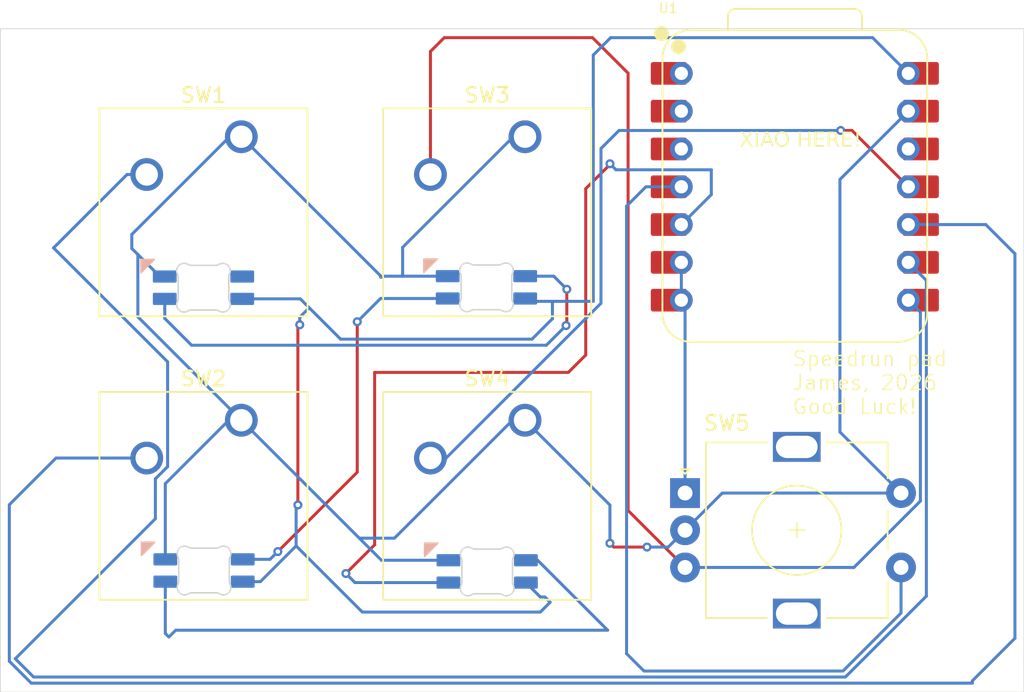
<source format=kicad_pcb>
(kicad_pcb (version 20241229) (generator "pcbnew") (generator_version "9.0")
  (layers (0 "F.Cu" signal) (2 "B.Cu" signal) (13 "F.Paste" user) (15 "B.Paste" user) (5 "F.SilkS" user "F.Silkscreen") (7 "B.SilkS" user "B.Silkscreen") (1 "F.Mask" user) (3 "B.Mask" user) (25 "Edge.Cuts" user))
  (net 0 "")
  (net 1 "Net-(D1-DOUT)")
  (net 2 "GND")
  (net 3 "Net-(D1-DIN)")
  (net 4 "+5V")
  (net 5 "Net-(U1-GPIO2{slash}SCK)")
  (net 6 "Net-(U1-GPIO4{slash}MISO)")
  (net 7 "Net-(U1-GPIO1{slash}RX)")
  (net 8 "Net-(U1-GPIO3{slash}MOSI)")
  (net 13 "Net-(D3-DOUT)")
  (net 14 "Net-(D3-DIN)")
  (net 15 "Net-(U1-GPIO0{slash}TX)")
  (net 16 "Net-(U1-GPIO29{slash}ADC3{slash}A3)")
  (footprint "Hackclub Footprints:MX_SK6812MINI-E_REV" (layer "F.Cu") (at 100.0125 71.4225)
    (property "Reference" "D2" (hide yes))
    (property "Value" "SK6812MINI-E")
    (fp_poly (pts (xy -4.2 4.08) (xy -3.3 3.18) (xy -4.2 3.18)) (stroke (width 0.1)) (fill yes) (layer "B.SilkS"))
    (fp_line (start -1.699999 5.782842) (end -1.699999 4.377158) (stroke (width 0.1)) (layer "Edge.Cuts"))
    (fp_line (start -0.794452 3.58) (end 0.794452 3.58) (stroke (width 0.1)) (layer "Edge.Cuts"))
    (fp_line (start 0.794452 6.579999) (end -0.794453 6.579999) (stroke (width 0.1)) (layer "Edge.Cuts"))
    (fp_line (start 1.699999 4.377158) (end 1.699999 5.782842) (stroke (width 0.1)) (layer "Edge.Cuts"))
    (fp_arc (start -1.749484 4.16028) (mid -1.712527 4.265932) (end -1.699999 4.377158) (stroke (width 0.1)) (layer "Edge.Cuts"))
    (fp_arc (start -1.749484 4.160281) (mid -1.638072 3.575965) (end -1.046711 3.511701) (stroke (width 0.1)) (layer "Edge.Cuts"))
    (fp_arc (start -1.699999 5.782843) (mid -1.712527 5.894068) (end -1.749484 5.99972) (stroke (width 0.1)) (layer "Edge.Cuts"))
    (fp_arc (start -1.046711 6.648298) (mid -1.638071 6.584034) (end -1.749484 5.99972) (stroke (width 0.1)) (layer "Edge.Cuts"))
    (fp_arc (start -1.046711 6.648298) (mid -0.925123 6.597376) (end -0.794453 6.579999) (stroke (width 0.1)) (layer "Edge.Cuts"))
    (fp_arc (start -0.794452 3.58) (mid -0.925123 3.562623) (end -1.046711 3.511701) (stroke (width 0.1)) (layer "Edge.Cuts"))
    (fp_arc (start 0.794453 6.58) (mid 0.925123 6.597377) (end 1.046711 6.648299) (stroke (width 0.1)) (layer "Edge.Cuts"))
    (fp_arc (start 1.04671 3.511701) (mid 0.925122 3.562623) (end 0.794452 3.58) (stroke (width 0.1)) (layer "Edge.Cuts"))
    (fp_arc (start 1.046711 3.511703) (mid 1.63807 3.575966) (end 1.749484 4.16028) (stroke (width 0.1)) (layer "Edge.Cuts"))
    (fp_arc (start 1.699999 4.377157) (mid 1.712527 4.265932) (end 1.749484 4.16028) (stroke (width 0.1)) (layer "Edge.Cuts"))
    (fp_arc (start 1.749484 5.99972) (mid 1.638071 6.584035) (end 1.046711 6.648299) (stroke (width 0.1)) (layer "Edge.Cuts"))
    (fp_arc (start 1.749484 5.99972) (mid 1.712527 5.894068) (end 1.699999 5.782842) (stroke (width 0.1)) (layer "Edge.Cuts"))
    (pad "1" smd roundrect (at 2.6 5.83 90) (size 0.82 1.6) (layers "B.Cu" "B.Mask" "B.Paste") (roundrect_rratio 0.1) (net 4 "+5V"))
    (pad "2" smd roundrect (at 2.6 4.33 90) (size 0.82 1.6) (layers "B.Cu" "B.Mask" "B.Paste") (roundrect_rratio 0.1))
    (pad "3" smd roundrect (at -2.6 4.33 90) (size 0.82 1.6) (layers "B.Cu" "B.Mask" "B.Paste") (roundrect_rratio 0.1) (net 2 "GND"))
    (pad "4" smd roundrect (at -2.6 5.83 90) (size 0.82 1.6) (layers "B.Cu" "B.Mask" "B.Paste") (roundrect_rratio 0.1) (net 1 "Net-(D1-DOUT)"))
  )
  (footprint "Rotary_Encoder:RotaryEncoder_Alps_EC11E-Switch_Vertical_H20mm" (layer "F.Cu") (at 132.35 90.3)
    (property "Reference" "SW5" (at 2.8 -4.7 0) (layer "F.SilkS"))
    (property "Value" "RotaryEncoder_Switch")
    (fp_line (start -0.3 -1.6) (end 0.3 -1.6) (stroke (width 0.12)) (layer "F.SilkS"))
    (fp_line (start 0 -1.3) (end -0.3 -1.6) (stroke (width 0.12)) (layer "F.SilkS"))
    (fp_line (start 0.3 -1.6) (end 0 -1.3) (stroke (width 0.12)) (layer "F.SilkS"))
    (fp_line (start 1.4 -3.4) (end 1.4 8.4) (stroke (width 0.12)) (layer "F.SilkS"))
    (fp_line (start 5.5 -3.4) (end 1.4 -3.4) (stroke (width 0.12)) (layer "F.SilkS"))
    (fp_line (start 5.5 8.4) (end 1.4 8.4) (stroke (width 0.12)) (layer "F.SilkS"))
    (fp_line (start 7 2.5) (end 8 2.5) (stroke (width 0.12)) (layer "F.SilkS"))
    (fp_line (start 7.5 2) (end 7.5 3) (stroke (width 0.12)) (layer "F.SilkS"))
    (fp_line (start 9.5 -3.4) (end 13.6 -3.4) (stroke (width 0.12)) (layer "F.SilkS"))
    (fp_line (start 13.6 -3.4) (end 13.6 -1) (stroke (width 0.12)) (layer "F.SilkS"))
    (fp_line (start 13.6 1.2) (end 13.6 3.8) (stroke (width 0.12)) (layer "F.SilkS"))
    (fp_line (start 13.6 6) (end 13.6 8.4) (stroke (width 0.12)) (layer "F.SilkS"))
    (fp_line (start 13.6 8.4) (end 9.5 8.4) (stroke (width 0.12)) (layer "F.SilkS"))
    (fp_circle (center 7.5 2.5) (end 10.5 2.5) (stroke (width 0.12)) (fill no) (layer "F.SilkS"))
    (pad "A" thru_hole rect (at 0 0) (size 2 2) (drill 1) (layers "*.Cu" "*.Mask") (net 15 "Net-(U1-GPIO0{slash}TX)"))
    (pad "B" thru_hole circle (at 0 5) (size 2 2) (drill 1) (layers "*.Cu" "*.Mask") (net 7 "Net-(U1-GPIO1{slash}RX)"))
    (pad "C" thru_hole circle (at 0 2.5) (size 2 2) (drill 1) (layers "*.Cu" "*.Mask") (net 2 "GND"))
    (pad "MP" thru_hole rect (at 7.5 -3.1) (size 3.2 2) (drill oval 2.8 1.5) (layers "*.Cu" "*.Mask"))
    (pad "MP" thru_hole rect (at 7.5 8.1) (size 3.2 2) (drill oval 2.8 1.5) (layers "*.Cu" "*.Mask"))
    (pad "S1" thru_hole circle (at 14.5 5) (size 2 2) (drill 1) (layers "*.Cu" "*.Mask") (net 16 "Net-(U1-GPIO29{slash}ADC3{slash}A3)"))
    (pad "S2" thru_hole circle (at 14.5 0) (size 2 2) (drill 1) (layers "*.Cu" "*.Mask") (net 2 "GND"))
  )
  (footprint "Button_Switch_Keyboard:SW_Cherry_MX_1.00u_PCB" (layer "F.Cu") (at 121.6025 66.3575)
    (property "Reference" "SW3" (at -2.54 -2.794 0) (layer "F.SilkS"))
    (property "Value" "SW_Push")
    (fp_line (start -9.525 -1.905) (end 4.445 -1.905) (stroke (width 0.12)) (layer "F.SilkS"))
    (fp_line (start -9.525 12.065) (end -9.525 -1.905) (stroke (width 0.12)) (layer "F.SilkS"))
    (fp_line (start 4.445 -1.905) (end 4.445 12.065) (stroke (width 0.12)) (layer "F.SilkS"))
    (fp_line (start 4.445 12.065) (end -9.525 12.065) (stroke (width 0.12)) (layer "F.SilkS"))
    (pad "" np_thru_hole circle (at -7.62 5.08) (size 1.7 1.7) (drill 1.7) (layers "*.Cu" "*.Mask"))
    (pad "" np_thru_hole circle (at -2.54 5.08) (size 4 4) (drill 4) (layers "*.Cu" "*.Mask"))
    (pad "" np_thru_hole circle (at 2.54 5.08) (size 1.7 1.7) (drill 1.7) (layers "*.Cu" "*.Mask"))
    (pad "1" thru_hole circle (at 0 0) (size 2.2 2.2) (drill 1.5) (layers "*.Cu" "*.Mask") (net 2 "GND"))
    (pad "2" thru_hole circle (at -6.35 2.54) (size 2.2 2.2) (drill 1.5) (layers "*.Cu" "*.Mask") (net 7 "Net-(U1-GPIO1{slash}RX)"))
  )
  (footprint "OPL Library:XIAO-RP2040-DIP" (layer "F.Cu") (at 139.72 69.72)
    (property "Reference" "U1" (at -8.5 -12 0) (layer "F.SilkS") (effects (font (size 0.635 0.635) (thickness 0.1016))))
    (property "Value" "XIAO-RP2040-DIP")
    (fp_line (start -8.89 8.509) (end -8.89 -8.636) (stroke (width 0.127)) (layer "F.SilkS"))
    (fp_line (start -6.985 10.414) (end 6.985 10.414) (stroke (width 0.127)) (layer "F.SilkS"))
    (fp_line (start -4.495 -10.541) (end -4.491272 -11.451272) (stroke (width 0.127)) (layer "F.SilkS"))
    (fp_line (start -3.991272 -11.951) (end 4.004 -11.951) (stroke (width 0.127)) (layer "F.SilkS"))
    (fp_line (start 4.504 -11.451) (end 4.504 -10.541) (stroke (width 0.127)) (layer "F.SilkS"))
    (fp_line (start 6.985 -10.541) (end -6.985 -10.541) (stroke (width 0.1)) (layer "F.SilkS"))
    (fp_line (start 6.985 -10.541) (end -6.985 -10.541) (stroke (width 0.127)) (layer "F.SilkS"))
    (fp_line (start 8.89 8.509) (end 8.89 -8.636) (stroke (width 0.127)) (layer "F.SilkS"))
    (fp_arc (start -8.89 -8.636) (mid -8.332038 -9.983038) (end -6.985 -10.541) (stroke (width 0.127)) (layer "F.SilkS"))
    (fp_arc (start -6.985 10.414) (mid -8.332038 9.856038) (end -8.89 8.509) (stroke (width 0.127)) (layer "F.SilkS"))
    (fp_arc (start -4.491272 -11.451272) (mid -4.344728 -11.80464) (end -3.991272 -11.951) (stroke (width 0.127)) (layer "F.SilkS"))
    (fp_arc (start 4.004 -11.951) (mid 4.357553 -11.804553) (end 4.504 -11.451) (stroke (width 0.127)) (layer "F.SilkS"))
    (fp_arc (start 6.985 -10.541) (mid 8.332038 -9.983038) (end 8.89 -8.636) (stroke (width 0.127)) (layer "F.SilkS"))
    (fp_arc (start 8.89 8.509) (mid 8.332038 9.856038) (end 6.985 10.414) (stroke (width 0.127)) (layer "F.SilkS"))
    (fp_circle (center -8.95 -10.3) (end -8.95 -10.554) (stroke (width 0.5)) (fill yes) (layer "F.SilkS"))
    (fp_circle (center -7.807 -9.42) (end -7.807 -9.674) (stroke (width 0.5)) (fill yes) (layer "F.SilkS"))
    (pad "1" smd roundrect (at -8.455 -7.62 180) (size 2.432 1.524) (layers "F.Cu" "F.Mask") (roundrect_rratio 0.1))
    (pad "1" thru_hole circle (at -7.62 -7.62 180) (size 1.524 1.524) (drill 0.889) (layers "*.Cu" "*.Mask"))
    (pad "2" smd roundrect (at -8.455 -5.08 180) (size 2.432 1.524) (layers "F.Cu" "F.Mask") (roundrect_rratio 0.1))
    (pad "2" thru_hole circle (at -7.62 -5.08 180) (size 1.524 1.524) (drill 0.889) (layers "*.Cu" "*.Mask"))
    (pad "3" smd roundrect (at -8.455 -2.54 180) (size 2.432 1.524) (layers "F.Cu" "F.Mask") (roundrect_rratio 0.1))
    (pad "3" thru_hole circle (at -7.62 -2.54 180) (size 1.524 1.524) (drill 0.889) (layers "*.Cu" "*.Mask"))
    (pad "4" smd roundrect (at -8.455 0 180) (size 2.432 1.524) (layers "F.Cu" "F.Mask") (roundrect_rratio 0.1) (net 16 "Net-(U1-GPIO29{slash}ADC3{slash}A3)"))
    (pad "4" thru_hole circle (at -7.62 0 180) (size 1.524 1.524) (drill 0.889) (layers "*.Cu" "*.Mask") (net 16 "Net-(U1-GPIO29{slash}ADC3{slash}A3)"))
    (pad "5" smd roundrect (at -8.455 2.54 180) (size 2.432 1.524) (layers "F.Cu" "F.Mask") (roundrect_rratio 0.1) (net 14 "Net-(D3-DIN)"))
    (pad "5" thru_hole circle (at -7.62 2.54 180) (size 1.524 1.524) (drill 0.889) (layers "*.Cu" "*.Mask") (net 14 "Net-(D3-DIN)"))
    (pad "6" smd roundrect (at -8.455 5.08 180) (size 2.432 1.524) (layers "F.Cu" "F.Mask") (roundrect_rratio 0.1) (net 15 "Net-(U1-GPIO0{slash}TX)"))
    (pad "6" thru_hole circle (at -7.62 5.08 180) (size 1.524 1.524) (drill 0.889) (layers "*.Cu" "*.Mask") (net 15 "Net-(U1-GPIO0{slash}TX)"))
    (pad "7" smd roundrect (at -8.455 7.62 180) (size 2.432 1.524) (layers "F.Cu" "F.Mask") (roundrect_rratio 0.1) (net 15 "Net-(U1-GPIO0{slash}TX)"))
    (pad "7" thru_hole circle (at -7.62 7.62 180) (size 1.524 1.524) (drill 0.889) (layers "*.Cu" "*.Mask") (net 15 "Net-(U1-GPIO0{slash}TX)"))
    (pad "8" thru_hole circle (at 7.62 7.62) (size 1.524 1.524) (drill 0.889) (layers "*.Cu" "*.Mask") (net 7 "Net-(U1-GPIO1{slash}RX)"))
    (pad "8" smd roundrect (at 8.455 7.62) (size 2.432 1.524) (layers "F.Cu" "F.Mask") (roundrect_rratio 0.1) (net 7 "Net-(U1-GPIO1{slash}RX)"))
    (pad "9" thru_hole circle (at 7.62 5.08) (size 1.524 1.524) (drill 0.889) (layers "*.Cu" "*.Mask") (net 5 "Net-(U1-GPIO2{slash}SCK)"))
    (pad "9" smd roundrect (at 8.455 5.08) (size 2.432 1.524) (layers "F.Cu" "F.Mask") (roundrect_rratio 0.1) (net 5 "Net-(U1-GPIO2{slash}SCK)"))
    (pad "10" thru_hole circle (at 7.62 2.54) (size 1.524 1.524) (drill 0.889) (layers "*.Cu" "*.Mask") (net 6 "Net-(U1-GPIO4{slash}MISO)"))
    (pad "10" smd roundrect (at 8.455 2.54) (size 2.432 1.524) (layers "F.Cu" "F.Mask") (roundrect_rratio 0.1) (net 6 "Net-(U1-GPIO4{slash}MISO)"))
    (pad "11" thru_hole circle (at 7.62 0) (size 1.524 1.524) (drill 0.889) (layers "*.Cu" "*.Mask") (net 8 "Net-(U1-GPIO3{slash}MOSI)"))
    (pad "11" smd roundrect (at 8.455 0) (size 2.432 1.524) (layers "F.Cu" "F.Mask") (roundrect_rratio 0.1) (net 8 "Net-(U1-GPIO3{slash}MOSI)"))
    (pad "12" thru_hole circle (at 7.62 -2.54) (size 1.524 1.524) (drill 0.889) (layers "*.Cu" "*.Mask"))
    (pad "12" smd roundrect (at 8.455 -2.54) (size 2.432 1.524) (layers "F.Cu" "F.Mask") (roundrect_rratio 0.1))
    (pad "13" thru_hole circle (at 7.62 -5.08) (size 1.524 1.524) (drill 0.889) (layers "*.Cu" "*.Mask") (net 2 "GND"))
    (pad "13" smd roundrect (at 8.455 -5.08) (size 2.432 1.524) (layers "F.Cu" "F.Mask") (roundrect_rratio 0.1) (net 2 "GND"))
    (pad "14" thru_hole circle (at 7.62 -7.62) (size 1.524 1.524) (drill 0.889) (layers "*.Cu" "*.Mask") (net 4 "+5V"))
    (pad "14" smd roundrect (at 8.455 -7.62) (size 2.432 1.524) (layers "F.Cu" "F.Mask") (roundrect_rratio 0.1) (net 4 "+5V"))
  )
  (footprint "Button_Switch_Keyboard:SW_Cherry_MX_1.00u_PCB" (layer "F.Cu") (at 121.6025 85.4075)
    (property "Reference" "SW4" (at -2.54 -2.794 0) (layer "F.SilkS"))
    (property "Value" "SW_Push")
    (fp_line (start -9.525 -1.905) (end 4.445 -1.905) (stroke (width 0.12)) (layer "F.SilkS"))
    (fp_line (start -9.525 12.065) (end -9.525 -1.905) (stroke (width 0.12)) (layer "F.SilkS"))
    (fp_line (start 4.445 -1.905) (end 4.445 12.065) (stroke (width 0.12)) (layer "F.SilkS"))
    (fp_line (start 4.445 12.065) (end -9.525 12.065) (stroke (width 0.12)) (layer "F.SilkS"))
    (pad "" np_thru_hole circle (at -7.62 5.08) (size 1.7 1.7) (drill 1.7) (layers "*.Cu" "*.Mask"))
    (pad "" np_thru_hole circle (at -2.54 5.08) (size 4 4) (drill 4) (layers "*.Cu" "*.Mask"))
    (pad "" np_thru_hole circle (at 2.54 5.08) (size 1.7 1.7) (drill 1.7) (layers "*.Cu" "*.Mask"))
    (pad "1" thru_hole circle (at 0 0) (size 2.2 2.2) (drill 1.5) (layers "*.Cu" "*.Mask") (net 2 "GND"))
    (pad "2" thru_hole circle (at -6.35 2.54) (size 2.2 2.2) (drill 1.5) (layers "*.Cu" "*.Mask") (net 8 "Net-(U1-GPIO3{slash}MOSI)"))
  )
  (footprint "Hackclub Footprints:MX_SK6812MINI-E_REV" (layer "F.Cu") (at 119.0625 90.4875)
    (property "Reference" "D3" (hide yes))
    (property "Value" "SK6812MINI-E")
    (fp_poly (pts (xy -4.2 4.08) (xy -3.3 3.18) (xy -4.2 3.18)) (stroke (width 0.1)) (fill yes) (layer "B.SilkS"))
    (fp_line (start -1.699999 5.782842) (end -1.699999 4.377158) (stroke (width 0.1)) (layer "Edge.Cuts"))
    (fp_line (start -0.794452 3.58) (end 0.794452 3.58) (stroke (width 0.1)) (layer "Edge.Cuts"))
    (fp_line (start 0.794452 6.579999) (end -0.794453 6.579999) (stroke (width 0.1)) (layer "Edge.Cuts"))
    (fp_line (start 1.699999 4.377158) (end 1.699999 5.782842) (stroke (width 0.1)) (layer "Edge.Cuts"))
    (fp_arc (start -1.749484 4.16028) (mid -1.712527 4.265932) (end -1.699999 4.377158) (stroke (width 0.1)) (layer "Edge.Cuts"))
    (fp_arc (start -1.749484 4.160281) (mid -1.638072 3.575965) (end -1.046711 3.511701) (stroke (width 0.1)) (layer "Edge.Cuts"))
    (fp_arc (start -1.699999 5.782843) (mid -1.712527 5.894068) (end -1.749484 5.99972) (stroke (width 0.1)) (layer "Edge.Cuts"))
    (fp_arc (start -1.046711 6.648298) (mid -1.638071 6.584034) (end -1.749484 5.99972) (stroke (width 0.1)) (layer "Edge.Cuts"))
    (fp_arc (start -1.046711 6.648298) (mid -0.925123 6.597376) (end -0.794453 6.579999) (stroke (width 0.1)) (layer "Edge.Cuts"))
    (fp_arc (start -0.794452 3.58) (mid -0.925123 3.562623) (end -1.046711 3.511701) (stroke (width 0.1)) (layer "Edge.Cuts"))
    (fp_arc (start 0.794453 6.58) (mid 0.925123 6.597377) (end 1.046711 6.648299) (stroke (width 0.1)) (layer "Edge.Cuts"))
    (fp_arc (start 1.04671 3.511701) (mid 0.925122 3.562623) (end 0.794452 3.58) (stroke (width 0.1)) (layer "Edge.Cuts"))
    (fp_arc (start 1.046711 3.511703) (mid 1.63807 3.575966) (end 1.749484 4.16028) (stroke (width 0.1)) (layer "Edge.Cuts"))
    (fp_arc (start 1.699999 4.377157) (mid 1.712527 4.265932) (end 1.749484 4.16028) (stroke (width 0.1)) (layer "Edge.Cuts"))
    (fp_arc (start 1.749484 5.99972) (mid 1.638071 6.584035) (end 1.046711 6.648299) (stroke (width 0.1)) (layer "Edge.Cuts"))
    (fp_arc (start 1.749484 5.99972) (mid 1.712527 5.894068) (end 1.699999 5.782842) (stroke (width 0.1)) (layer "Edge.Cuts"))
    (pad "1" smd roundrect (at 2.6 5.83 90) (size 0.82 1.6) (layers "B.Cu" "B.Mask" "B.Paste") (roundrect_rratio 0.1) (net 4 "+5V"))
    (pad "2" smd roundrect (at 2.6 4.33 90) (size 0.82 1.6) (layers "B.Cu" "B.Mask" "B.Paste") (roundrect_rratio 0.1) (net 13 "Net-(D3-DOUT)"))
    (pad "3" smd roundrect (at -2.6 4.33 90) (size 0.82 1.6) (layers "B.Cu" "B.Mask" "B.Paste") (roundrect_rratio 0.1) (net 2 "GND"))
    (pad "4" smd roundrect (at -2.6 5.83 90) (size 0.82 1.6) (layers "B.Cu" "B.Mask" "B.Paste") (roundrect_rratio 0.1) (net 14 "Net-(D3-DIN)"))
  )
  (footprint "Button_Switch_Keyboard:SW_Cherry_MX_1.00u_PCB" (layer "F.Cu") (at 102.5525 66.3575)
    (property "Reference" "SW1" (at -2.54 -2.794 0) (layer "F.SilkS"))
    (property "Value" "SW_Push")
    (fp_line (start -9.525 -1.905) (end 4.445 -1.905) (stroke (width 0.12)) (layer "F.SilkS"))
    (fp_line (start -9.525 12.065) (end -9.525 -1.905) (stroke (width 0.12)) (layer "F.SilkS"))
    (fp_line (start 4.445 -1.905) (end 4.445 12.065) (stroke (width 0.12)) (layer "F.SilkS"))
    (fp_line (start 4.445 12.065) (end -9.525 12.065) (stroke (width 0.12)) (layer "F.SilkS"))
    (pad "" np_thru_hole circle (at -7.62 5.08) (size 1.7 1.7) (drill 1.7) (layers "*.Cu" "*.Mask"))
    (pad "" np_thru_hole circle (at -2.54 5.08) (size 4 4) (drill 4) (layers "*.Cu" "*.Mask"))
    (pad "" np_thru_hole circle (at 2.54 5.08) (size 1.7 1.7) (drill 1.7) (layers "*.Cu" "*.Mask"))
    (pad "1" thru_hole circle (at 0 0) (size 2.2 2.2) (drill 1.5) (layers "*.Cu" "*.Mask") (net 2 "GND"))
    (pad "2" thru_hole circle (at -6.35 2.54) (size 2.2 2.2) (drill 1.5) (layers "*.Cu" "*.Mask") (net 5 "Net-(U1-GPIO2{slash}SCK)"))
  )
  (footprint "Hackclub Footprints:MX_SK6812MINI-E_REV" (layer "F.Cu") (at 119.0125 71.3975)
    (property "Reference" "D1" (hide yes))
    (property "Value" "SK6812MINI-E")
    (fp_poly (pts (xy -4.2 4.08) (xy -3.3 3.18) (xy -4.2 3.18)) (stroke (width 0.1)) (fill yes) (layer "B.SilkS"))
    (fp_line (start -1.699999 5.782842) (end -1.699999 4.377158) (stroke (width 0.1)) (layer "Edge.Cuts"))
    (fp_line (start -0.794452 3.58) (end 0.794452 3.58) (stroke (width 0.1)) (layer "Edge.Cuts"))
    (fp_line (start 0.794452 6.579999) (end -0.794453 6.579999) (stroke (width 0.1)) (layer "Edge.Cuts"))
    (fp_line (start 1.699999 4.377158) (end 1.699999 5.782842) (stroke (width 0.1)) (layer "Edge.Cuts"))
    (fp_arc (start -1.749484 4.16028) (mid -1.712527 4.265932) (end -1.699999 4.377158) (stroke (width 0.1)) (layer "Edge.Cuts"))
    (fp_arc (start -1.749484 4.160281) (mid -1.638072 3.575965) (end -1.046711 3.511701) (stroke (width 0.1)) (layer "Edge.Cuts"))
    (fp_arc (start -1.699999 5.782843) (mid -1.712527 5.894068) (end -1.749484 5.99972) (stroke (width 0.1)) (layer "Edge.Cuts"))
    (fp_arc (start -1.046711 6.648298) (mid -1.638071 6.584034) (end -1.749484 5.99972) (stroke (width 0.1)) (layer "Edge.Cuts"))
    (fp_arc (start -1.046711 6.648298) (mid -0.925123 6.597376) (end -0.794453 6.579999) (stroke (width 0.1)) (layer "Edge.Cuts"))
    (fp_arc (start -0.794452 3.58) (mid -0.925123 3.562623) (end -1.046711 3.511701) (stroke (width 0.1)) (layer "Edge.Cuts"))
    (fp_arc (start 0.794453 6.58) (mid 0.925123 6.597377) (end 1.046711 6.648299) (stroke (width 0.1)) (layer "Edge.Cuts"))
    (fp_arc (start 1.04671 3.511701) (mid 0.925122 3.562623) (end 0.794452 3.58) (stroke (width 0.1)) (layer "Edge.Cuts"))
    (fp_arc (start 1.046711 3.511703) (mid 1.63807 3.575966) (end 1.749484 4.16028) (stroke (width 0.1)) (layer "Edge.Cuts"))
    (fp_arc (start 1.699999 4.377157) (mid 1.712527 4.265932) (end 1.749484 4.16028) (stroke (width 0.1)) (layer "Edge.Cuts"))
    (fp_arc (start 1.749484 5.99972) (mid 1.638071 6.584035) (end 1.046711 6.648299) (stroke (width 0.1)) (layer "Edge.Cuts"))
    (fp_arc (start 1.749484 5.99972) (mid 1.712527 5.894068) (end 1.699999 5.782842) (stroke (width 0.1)) (layer "Edge.Cuts"))
    (pad "1" smd roundrect (at 2.6 5.83 90) (size 0.82 1.6) (layers "B.Cu" "B.Mask" "B.Paste") (roundrect_rratio 0.1) (net 4 "+5V"))
    (pad "2" smd roundrect (at 2.6 4.33 90) (size 0.82 1.6) (layers "B.Cu" "B.Mask" "B.Paste") (roundrect_rratio 0.1) (net 1 "Net-(D1-DOUT)"))
    (pad "3" smd roundrect (at -2.6 4.33 90) (size 0.82 1.6) (layers "B.Cu" "B.Mask" "B.Paste") (roundrect_rratio 0.1) (net 2 "GND"))
    (pad "4" smd roundrect (at -2.6 5.83 90) (size 0.82 1.6) (layers "B.Cu" "B.Mask" "B.Paste") (roundrect_rratio 0.1) (net 3 "Net-(D1-DIN)"))
  )
  (footprint "Button_Switch_Keyboard:SW_Cherry_MX_1.00u_PCB" (layer "F.Cu") (at 102.5525 85.4075)
    (property "Reference" "SW2" (at -2.54 -2.794 0) (layer "F.SilkS"))
    (property "Value" "SW_Push")
    (fp_line (start -9.525 -1.905) (end 4.445 -1.905) (stroke (width 0.12)) (layer "F.SilkS"))
    (fp_line (start -9.525 12.065) (end -9.525 -1.905) (stroke (width 0.12)) (layer "F.SilkS"))
    (fp_line (start 4.445 -1.905) (end 4.445 12.065) (stroke (width 0.12)) (layer "F.SilkS"))
    (fp_line (start 4.445 12.065) (end -9.525 12.065) (stroke (width 0.12)) (layer "F.SilkS"))
    (pad "" np_thru_hole circle (at -7.62 5.08) (size 1.7 1.7) (drill 1.7) (layers "*.Cu" "*.Mask"))
    (pad "" np_thru_hole circle (at -2.54 5.08) (size 4 4) (drill 4) (layers "*.Cu" "*.Mask"))
    (pad "" np_thru_hole circle (at 2.54 5.08) (size 1.7 1.7) (drill 1.7) (layers "*.Cu" "*.Mask"))
    (pad "1" thru_hole circle (at 0 0) (size 2.2 2.2) (drill 1.5) (layers "*.Cu" "*.Mask") (net 2 "GND"))
    (pad "2" thru_hole circle (at -6.35 2.54) (size 2.2 2.2) (drill 1.5) (layers "*.Cu" "*.Mask") (net 6 "Net-(U1-GPIO4{slash}MISO)"))
  )
  (footprint "Hackclub Footprints:MX_SK6812MINI-E_REV" (layer "F.Cu") (at 100.05 90.425)
    (property "Reference" "D4" (hide yes))
    (property "Value" "SK6812MINI-E")
    (fp_poly (pts (xy -4.2 4.08) (xy -3.3 3.18) (xy -4.2 3.18)) (stroke (width 0.1)) (fill yes) (layer "B.SilkS"))
    (fp_line (start -1.699999 5.782842) (end -1.699999 4.377158) (stroke (width 0.1)) (layer "Edge.Cuts"))
    (fp_line (start -0.794452 3.58) (end 0.794452 3.58) (stroke (width 0.1)) (layer "Edge.Cuts"))
    (fp_line (start 0.794452 6.579999) (end -0.794453 6.579999) (stroke (width 0.1)) (layer "Edge.Cuts"))
    (fp_line (start 1.699999 4.377158) (end 1.699999 5.782842) (stroke (width 0.1)) (layer "Edge.Cuts"))
    (fp_arc (start -1.749484 4.16028) (mid -1.712527 4.265932) (end -1.699999 4.377158) (stroke (width 0.1)) (layer "Edge.Cuts"))
    (fp_arc (start -1.749484 4.160281) (mid -1.638072 3.575965) (end -1.046711 3.511701) (stroke (width 0.1)) (layer "Edge.Cuts"))
    (fp_arc (start -1.699999 5.782843) (mid -1.712527 5.894068) (end -1.749484 5.99972) (stroke (width 0.1)) (layer "Edge.Cuts"))
    (fp_arc (start -1.046711 6.648298) (mid -1.638071 6.584034) (end -1.749484 5.99972) (stroke (width 0.1)) (layer "Edge.Cuts"))
    (fp_arc (start -1.046711 6.648298) (mid -0.925123 6.597376) (end -0.794453 6.579999) (stroke (width 0.1)) (layer "Edge.Cuts"))
    (fp_arc (start -0.794452 3.58) (mid -0.925123 3.562623) (end -1.046711 3.511701) (stroke (width 0.1)) (layer "Edge.Cuts"))
    (fp_arc (start 0.794453 6.58) (mid 0.925123 6.597377) (end 1.046711 6.648299) (stroke (width 0.1)) (layer "Edge.Cuts"))
    (fp_arc (start 1.04671 3.511701) (mid 0.925122 3.562623) (end 0.794452 3.58) (stroke (width 0.1)) (layer "Edge.Cuts"))
    (fp_arc (start 1.046711 3.511703) (mid 1.63807 3.575966) (end 1.749484 4.16028) (stroke (width 0.1)) (layer "Edge.Cuts"))
    (fp_arc (start 1.699999 4.377157) (mid 1.712527 4.265932) (end 1.749484 4.16028) (stroke (width 0.1)) (layer "Edge.Cuts"))
    (fp_arc (start 1.749484 5.99972) (mid 1.638071 6.584035) (end 1.046711 6.648299) (stroke (width 0.1)) (layer "Edge.Cuts"))
    (fp_arc (start 1.749484 5.99972) (mid 1.712527 5.894068) (end 1.699999 5.782842) (stroke (width 0.1)) (layer "Edge.Cuts"))
    (pad "1" smd roundrect (at 2.6 5.83 90) (size 0.82 1.6) (layers "B.Cu" "B.Mask" "B.Paste") (roundrect_rratio 0.1) (net 4 "+5V"))
    (pad "2" smd roundrect (at 2.6 4.33 90) (size 0.82 1.6) (layers "B.Cu" "B.Mask" "B.Paste") (roundrect_rratio 0.1) (net 3 "Net-(D1-DIN)"))
    (pad "3" smd roundrect (at -2.6 4.33 90) (size 0.82 1.6) (layers "B.Cu" "B.Mask" "B.Paste") (roundrect_rratio 0.1) (net 2 "GND"))
    (pad "4" smd roundrect (at -2.6 5.83 90) (size 0.82 1.6) (layers "B.Cu" "B.Mask" "B.Paste") (roundrect_rratio 0.1) (net 13 "Net-(D3-DOUT)"))
  )
  (gr_rect (start 86.375 59.1) (end 155.1 103.675) (stroke (width 0.05)) (fill no) (layer "Edge.Cuts"))
  (gr_text "Speedrun pad\nJames, 2026\nGood Luck!" (at 139.5 85.075 0) (layer "F.SilkS") (effects (font (size 1 1) (thickness 0.1)) (justify left bottom)))
  (gr_text "XIAO HERE!" (at 136 67.2 0) (layer "F.SilkS") (effects (font (size 1 1) (thickness 0.1)) (justify left bottom)))
  (segment (start 124.4092 78.994) (end 124.4092 76.6064) (width 0.2) (layer "F.Cu") (net 1))
  (segment (start 124.3584 79.0448) (end 124.4092 78.994) (width 0.2) (layer "F.Cu") (net 1))
  (via (at 124.3584 79.0448) (size 0.6) (drill 0.3) (layers "F.Cu" "B.Cu") (net 1))
  (via (at 124.4092 76.6064) (size 0.6) (drill 0.3) (layers "F.Cu" "B.Cu") (net 1))
  (segment (start 97.4125 78.5657) (end 99.2124 80.3656) (width 0.2) (layer "B.Cu") (net 1))
  (segment (start 97.4125 77.2525) (end 97.4125 78.5657) (width 0.2) (layer "B.Cu") (net 1))
  (segment (start 123.0376 80.3656) (end 124.3584 79.0448) (width 0.2) (layer "B.Cu") (net 1))
  (segment (start 124.4092 76.6064) (end 123.5303 75.7275) (width 0.2) (layer "B.Cu") (net 1))
  (segment (start 99.2124 80.3656) (end 123.0376 80.3656) (width 0.2) (layer "B.Cu") (net 1))
  (segment (start 123.5303 75.7275) (end 121.6125 75.7275) (width 0.2) (layer "B.Cu") (net 1))
  (segment (start 127.5588 93.9292) (end 129.794 93.9292) (width 0.2) (layer "F.Cu") (net 2))
  (segment (start 127.3048 93.6752) (end 127.5588 93.9292) (width 0.2) (layer "F.Cu") (net 2))
  (via (at 129.794 93.9292) (size 0.6) (drill 0.3) (layers "F.Cu" "B.Cu") (net 2))
  (via (at 127.3048 93.6752) (size 0.6) (drill 0.3) (layers "F.Cu" "B.Cu") (net 2))
  (segment (start 120.817684 66.3575) (end 113.3856 73.789584) (width 0.2) (layer "B.Cu") (net 2))
  (segment (start 127.3048 91.1098) (end 127.3048 93.6752) (width 0.2) (layer "B.Cu") (net 2))
  (segment (start 121.6025 85.4075) (end 120.76097 85.4075) (width 0.2) (layer "B.Cu") (net 2))
  (segment (start 102.5525 66.3575) (end 111.9124 75.7174) (width 0.2) (layer "B.Cu") (net 2))
  (segment (start 97.0885 75.7525) (end 95.6056 74.2696) (width 0.2) (layer "B.Cu") (net 2))
  (segment (start 95.1992 72.925984) (end 101.767684 66.3575) (width 0.2) (layer "B.Cu") (net 2))
  (segment (start 147.34 64.64) (end 142.748 69.232) (width 0.2) (layer "B.Cu") (net 2))
  (segment (start 113.3856 73.789584) (end 113.3856 75.7275) (width 0.2) (layer "B.Cu") (net 2))
  (segment (start 95.1992 73.8632) (end 95.1992 72.925984) (width 0.2) (layer "B.Cu") (net 2))
  (segment (start 121.6025 66.3575) (end 120.817684 66.3575) (width 0.2) (layer "B.Cu") (net 2))
  (segment (start 142.748 69.232) (end 142.748 86.198) (width 0.2) (layer "B.Cu") (net 2))
  (segment (start 113.3856 75.7275) (end 116.4125 75.7275) (width 0.2) (layer "B.Cu") (net 2))
  (segment (start 102.5525 85.4075) (end 101.71097 85.4075) (width 0.2) (layer "B.Cu") (net 2))
  (segment (start 95.6056 74.2696) (end 95.1992 73.8632) (width 0.2) (layer "B.Cu") (net 2))
  (segment (start 142.748 86.198) (end 146.85 90.3) (width 0.2) (layer "B.Cu") (net 2))
  (segment (start 112.0648 75.7936) (end 112.1309 75.7275) (width 0.2) (layer "B.Cu") (net 2))
  (segment (start 111.9625 94.8175) (end 116.4625 94.8175) (width 0.2) (layer "B.Cu") (net 2))
  (segment (start 97.45 89.66847) (end 97.45 94.755) (width 0.2) (layer "B.Cu") (net 2))
  (segment (start 112.1309 75.7275) (end 113.3856 75.7275) (width 0.2) (layer "B.Cu") (net 2))
  (segment (start 102.5525 85.4075) (end 110.4773 93.3323) (width 0.2) (layer "B.Cu") (net 2))
  (segment (start 134.85 90.3) (end 146.85 90.3) (width 0.2) (layer "B.Cu") (net 2))
  (segment (start 129.794 93.9292) (end 131.2208 93.9292) (width 0.2) (layer "B.Cu") (net 2))
  (segment (start 97.4125 75.7525) (end 97.0885 75.7525) (width 0.2) (layer "B.Cu") (net 2))
  (segment (start 111.9124 75.7174) (end 111.9124 75.7936) (width 0.2) (layer "B.Cu") (net 2))
  (segment (start 131.2208 93.9292) (end 132.35 92.8) (width 0.2) (layer "B.Cu") (net 2))
  (segment (start 101.71097 85.4075) (end 97.45 89.66847) (width 0.2) (layer "B.Cu") (net 2))
  (segment (start 121.6025 85.4075) (end 127.3048 91.1098) (width 0.2) (layer "B.Cu") (net 2))
  (segment (start 110.4773 93.3323) (end 111.9625 94.8175) (width 0.2) (layer "B.Cu") (net 2))
  (segment (start 95.6056 78.4606) (end 95.6056 74.2696) (width 0.2) (layer "B.Cu") (net 2))
  (segment (start 132.35 92.8) (end 134.85 90.3) (width 0.2) (layer "B.Cu") (net 2))
  (segment (start 112.83617 93.3323) (end 110.4773 93.3323) (width 0.2) (layer "B.Cu") (net 2))
  (segment (start 120.76097 85.4075) (end 112.83617 93.3323) (width 0.2) (layer "B.Cu") (net 2))
  (segment (start 102.5525 85.4075) (end 95.6056 78.4606) (width 0.2) (layer "B.Cu") (net 2))
  (segment (start 101.767684 66.3575) (end 102.5525 66.3575) (width 0.2) (layer "B.Cu") (net 2))
  (segment (start 111.9124 75.7936) (end 112.0648 75.7936) (width 0.2) (layer "B.Cu") (net 2))
  (segment (start 110.3376 78.7908) (end 110.3376 88.9) (width 0.2) (layer "F.Cu") (net 3))
  (segment (start 110.3376 88.9) (end 105.0036 94.234) (width 0.2) (layer "F.Cu") (net 3))
  (via (at 110.3376 78.7908) (size 0.6) (drill 0.3) (layers "F.Cu" "B.Cu") (net 3))
  (via (at 105.0036 94.234) (size 0.6) (drill 0.3) (layers "F.Cu" "B.Cu") (net 3))
  (segment (start 104.4826 94.755) (end 102.65 94.755) (width 0.2) (layer "B.Cu") (net 3))
  (segment (start 105.0036 94.234) (end 104.4826 94.755) (width 0.2) (layer "B.Cu") (net 3))
  (segment (start 116.4125 77.2275) (end 111.9009 77.2275) (width 0.2) (layer "B.Cu") (net 3))
  (segment (start 111.9009 77.2275) (end 110.3376 78.7908) (width 0.2) (layer "B.Cu") (net 3))
  (segment (start 106.350609 91.101637) (end 106.350609 79.120191) (width 0.2) (layer "F.Cu") (net 4))
  (segment (start 106.350609 79.120191) (end 106.4768 78.994) (width 0.2) (layer "F.Cu") (net 4))
  (via (at 106.350609 91.101637) (size 0.6) (drill 0.3) (layers "F.Cu" "B.Cu") (net 4))
  (via (at 106.4768 78.994) (size 0.6) (drill 0.3) (layers "F.Cu" "B.Cu") (net 4))
  (segment (start 106.4768 78.486) (end 107.1118 77.851) (width 0.2) (layer "B.Cu") (net 4))
  (segment (start 121.434904 77.442354) (end 121.413458 77.389794) (width 0.2) (layer "B.Cu") (net 4))
  (segment (start 106.5133 77.2525) (end 107.1118 77.851) (width 0.2) (layer "B.Cu") (net 4))
  (segment (start 121.413458 77.389794) (end 121.450206 77.389794) (width 0.2) (layer "B.Cu") (net 4))
  (segment (start 121.458058 77.4192) (end 121.434904 77.442354) (width 0.2) (layer "B.Cu") (net 4))
  (segment (start 103.832543 96.255) (end 106.233835 93.853708) (width 0.2) (layer "B.Cu") (net 4))
  (segment (start 106.290837 91.101637) (end 106.350609 91.101637) (width 0.2) (layer "B.Cu") (net 4))
  (segment (start 147.34 62.1) (end 144.941 59.701) (width 0.2) (layer "B.Cu") (net 4))
  (segment (start 122.627 97.282) (end 121.6625 96.3175) (width 0.2) (layer "B.Cu") (net 4))
  (segment (start 121.450206 77.389794) (end 121.6125 77.2275) (width 0.2) (layer "B.Cu") (net 4))
  (segment (start 106.233835 91.044635) (end 106.290837 91.101637) (width 0.2) (layer "B.Cu") (net 4))
  (segment (start 109.22 79.9592) (end 122.0724 79.9592) (width 0.2) (layer "B.Cu") (net 4))
  (segment (start 127.3556 59.701) (end 126.1872 60.8694) (width 0.2) (layer "B.Cu") (net 4))
  (segment (start 110.678127 98.298) (end 122.6312 98.298) (width 0.2) (layer "B.Cu") (net 4))
  (segment (start 102.65 96.255) (end 103.832543 96.255) (width 0.2) (layer "B.Cu") (net 4))
  (segment (start 122.6312 98.298) (end 123.2916 97.6376) (width 0.2) (layer "B.Cu") (net 4))
  (segment (start 123.2916 97.6376) (end 122.936 97.282) (width 0.2) (layer "B.Cu") (net 4))
  (segment (start 106.233835 93.853708) (end 110.678127 98.298) (width 0.2) (layer "B.Cu") (net 4))
  (segment (start 126.1872 60.8694) (end 126.1872 77.4192) (width 0.2) (layer "B.Cu") (net 4))
  (segment (start 106.233835 93.853708) (end 106.233835 91.044635) (width 0.2) (layer "B.Cu") (net 4))
  (segment (start 106.4768 78.994) (end 106.4768 78.486) (width 0.2) (layer "B.Cu") (net 4))
  (segment (start 122.0724 79.9592) (end 123.444 78.5876) (width 0.2) (layer "B.Cu") (net 4))
  (segment (start 144.941 59.701) (end 127.3556 59.701) (width 0.2) (layer "B.Cu") (net 4))
  (segment (start 123.444 77.4192) (end 121.458058 77.4192) (width 0.2) (layer "B.Cu") (net 4))
  (segment (start 122.936 97.282) (end 122.627 97.282) (width 0.2) (layer "B.Cu") (net 4))
  (segment (start 102.6125 77.2525) (end 106.5133 77.2525) (width 0.2) (layer "B.Cu") (net 4))
  (segment (start 107.1118 77.851) (end 109.22 79.9592) (width 0.2) (layer "B.Cu") (net 4))
  (segment (start 126.1872 77.4192) (end 123.444 77.4192) (width 0.2) (layer "B.Cu") (net 4))
  (segment (start 123.444 78.5876) (end 123.444 77.4192) (width 0.2) (layer "B.Cu") (net 4))
  (segment (start 148.552 76.012) (end 147.34 74.8) (width 0.2) (layer "B.Cu") (net 5))
  (segment (start 96.2025 68.8975) (end 94.878186 68.8975) (width 0.2) (layer "B.Cu") (net 5))
  (segment (start 97.6035 81.485586) (end 97.6035 88.527814) (width 0.2) (layer "B.Cu") (net 5))
  (segment (start 148.552 97.2267) (end 148.552 76.012) (width 0.2) (layer "B.Cu") (net 5))
  (segment (start 97.6035 88.527814) (end 96.782814 89.3485) (width 0.2) (layer "B.Cu") (net 5))
  (segment (start 96.782814 92.028086) (end 87.377 101.4339) (width 0.2) (layer "B.Cu") (net 5))
  (segment (start 96.782814 89.3485) (end 96.782814 92.028086) (width 0.2) (layer "B.Cu") (net 5))
  (segment (start 89.9468 73.828886) (end 97.6035 81.485586) (width 0.2) (layer "B.Cu") (net 5))
  (segment (start 87.377 101.4339) (end 88.6045 102.6614) (width 0.2) (layer "B.Cu") (net 5))
  (segment (start 94.878186 68.8975) (end 89.9468 73.828886) (width 0.2) (layer "B.Cu") (net 5))
  (segment (start 143.1173 102.6614) (end 148.552 97.2267) (width 0.2) (layer "B.Cu") (net 5))
  (segment (start 88.6045 102.6614) (end 143.1173 102.6614) (width 0.2) (layer "B.Cu") (net 5))
  (segment (start 86.976 91.0844) (end 86.976 101.6) (width 0.2) (layer "B.Cu") (net 6))
  (segment (start 86.976 101.6) (end 88.45 103.074) (width 0.2) (layer "B.Cu") (net 6))
  (segment (start 152.5402 72.26) (end 147.34 72.26) (width 0.2) (layer "B.Cu") (net 6))
  (segment (start 154.499 100.0598) (end 154.499 74.2188) (width 0.2) (layer "B.Cu") (net 6))
  (segment (start 151.638 102.9208) (end 154.499 100.0598) (width 0.2) (layer "B.Cu") (net 6))
  (segment (start 90.1129 87.9475) (end 86.976 91.0844) (width 0.2) (layer "B.Cu") (net 6))
  (segment (start 96.2025 87.9475) (end 90.1129 87.9475) (width 0.2) (layer "B.Cu") (net 6))
  (segment (start 88.45 103.074) (end 151.638 103.074) (width 0.2) (layer "B.Cu") (net 6))
  (segment (start 154.499 74.2188) (end 152.5402 72.26) (width 0.2) (layer "B.Cu") (net 6))
  (segment (start 151.638 103.074) (end 151.638 102.9208) (width 0.2) (layer "B.Cu") (net 6))
  (segment (start 126.1364 59.701) (end 128.524 62.0886) (width 0.2) (layer "F.Cu") (net 7))
  (segment (start 116.1796 59.701) (end 126.1364 59.701) (width 0.2) (layer "F.Cu") (net 7))
  (segment (start 115.2525 68.8975) (end 115.2525 60.6281) (width 0.2) (layer "F.Cu") (net 7))
  (segment (start 128.524 91.474) (end 132.35 95.3) (width 0.2) (layer "F.Cu") (net 7))
  (segment (start 128.524 62.0886) (end 128.524 91.474) (width 0.2) (layer "F.Cu") (net 7))
  (segment (start 115.2525 60.6281) (end 116.1796 59.701) (width 0.2) (layer "F.Cu") (net 7))
  (segment (start 143.689892 95.3) (end 148.151 90.838892) (width 0.2) (layer "B.Cu") (net 7))
  (segment (start 148.151 90.838892) (end 148.151 78.151) (width 0.2) (layer "B.Cu") (net 7))
  (segment (start 148.151 78.151) (end 147.34 77.34) (width 0.2) (layer "B.Cu") (net 7))
  (segment (start 132.35 95.3) (end 143.689892 95.3) (width 0.2) (layer "B.Cu") (net 7))
  (segment (start 143.5584 65.9384) (end 147.34 69.72) (width 0.2) (layer "F.Cu") (net 8))
  (segment (start 142.7988 65.9384) (end 143.5584 65.9384) (width 0.2) (layer "F.Cu") (net 8))
  (via (at 142.7988 65.9384) (size 0.6) (drill 0.3) (layers "F.Cu" "B.Cu") (net 8))
  (segment (start 127.9144 65.9384) (end 142.9512 65.9384) (width 0.2) (layer "B.Cu") (net 8))
  (segment (start 126.7038 77.549343) (end 126.7038 67.149) (width 0.2) (layer "B.Cu") (net 8))
  (segment (start 126.7038 67.149) (end 127.9144 65.9384) (width 0.2) (layer "B.Cu") (net 8))
  (segment (start 115.2525 87.9475) (end 116.305643 87.9475) (width 0.2) (layer "B.Cu") (net 8))
  (segment (start 116.305643 87.9475) (end 126.7038 77.549343) (width 0.2) (layer "B.Cu") (net 8))
  (segment (start 122.4527 94.8175) (end 121.6625 94.8175) (width 0.2) (layer "B.Cu") (net 13))
  (segment (start 97.45 99.736) (end 97.6884 99.9744) (width 0.2) (layer "B.Cu") (net 13))
  (segment (start 97.45 96.255) (end 97.45 99.736) (width 0.2) (layer "B.Cu") (net 13))
  (segment (start 127.1524 99.5172) (end 122.4527 94.8175) (width 0.2) (layer "B.Cu") (net 13))
  (segment (start 97.6884 99.9744) (end 98.1456 99.5172) (width 0.2) (layer "B.Cu") (net 13))
  (segment (start 98.1456 99.5172) (end 127.1524 99.5172) (width 0.2) (layer "B.Cu") (net 13))
  (segment (start 124.5108 82.1944) (end 125.6792 81.026) (width 0.2) (layer "F.Cu") (net 14))
  (segment (start 127.254 68.2752) (end 127.254 68.2244) (width 0.2) (layer "F.Cu") (net 14))
  (segment (start 125.6792 81.026) (end 125.6792 69.85) (width 0.2) (layer "F.Cu") (net 14))
  (segment (start 109.5756 95.7072) (end 111.506 93.7768) (width 0.2) (layer "F.Cu") (net 14))
  (segment (start 111.506 93.7768) (end 111.506 82.1944) (width 0.2) (layer "F.Cu") (net 14))
  (segment (start 125.6792 69.85) (end 127.254 68.2752) (width 0.2) (layer "F.Cu") (net 14))
  (segment (start 127.254 68.2244) (end 127.3048 68.1736) (width 0.2) (layer "F.Cu") (net 14))
  (segment (start 111.506 82.1944) (end 124.5108 82.1944) (width 0.2) (layer "F.Cu") (net 14))
  (via (at 109.5756 95.7072) (size 0.6) (drill 0.3) (layers "F.Cu" "B.Cu") (net 14))
  (via (at 127.3048 68.1736) (size 0.6) (drill 0.3) (layers "F.Cu" "B.Cu") (net 14))
  (segment (start 116.4625 96.3175) (end 110.1859 96.3175) (width 0.2) (layer "B.Cu") (net 14))
  (segment (start 127.3048 68.1736) (end 127.7112 68.58) (width 0.2) (layer "B.Cu") (net 14))
  (segment (start 134.112 70.248) (end 132.1 72.26) (width 0.2) (layer "B.Cu") (net 14))
  (segment (start 110.1859 96.3175) (end 109.5756 95.7072) (width 0.2) (layer "B.Cu") (net 14))
  (segment (start 127.7112 68.58) (end 134.112 68.58) (width 0.2) (layer "B.Cu") (net 14))
  (segment (start 134.112 68.58) (end 134.112 70.248) (width 0.2) (layer "B.Cu") (net 14))
  (segment (start 132.35 90.3) (end 132.35 77.59) (width 0.2) (layer "B.Cu") (net 15))
  (segment (start 132.1 77.34) (end 132.1 74.8) (width 0.2) (layer "B.Cu") (net 15))
  (segment (start 132.35 77.59) (end 132.1 77.34) (width 0.2) (layer "B.Cu") (net 15))
  (segment (start 132.1 69.72) (end 129.7208 69.72) (width 0.2) (layer "B.Cu") (net 16))
  (segment (start 129.5908 102.2604) (end 142.9512 102.2604) (width 0.2) (layer "B.Cu") (net 16))
  (segment (start 129.7208 69.72) (end 128.4224 71.0184) (width 0.2) (layer "B.Cu") (net 16))
  (segment (start 142.9512 102.2604) (end 146.85 98.3616) (width 0.2) (layer "B.Cu") (net 16))
  (segment (start 128.4224 101.092) (end 129.5908 102.2604) (width 0.2) (layer "B.Cu") (net 16))
  (segment (start 128.4224 71.0184) (end 128.4224 101.092) (width 0.2) (layer "B.Cu") (net 16))
  (segment (start 146.85 98.3616) (end 146.85 95.3) (width 0.2) (layer "B.Cu") (net 16))
)
</source>
